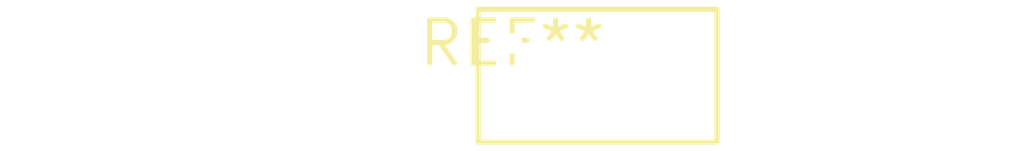
<source format=kicad_pcb>
(kicad_pcb (version 20240108) (generator pcbnew)
  (layers (0 "F.Cu" signal) (31 "B.Cu" signal) (34 "B.Paste" user) (35 "F.Paste" user) (36 "B.SilkS" user "B.Silkscreen") (37 "F.SilkS" user "F.Silkscreen") (38 "B.Mask" user) (39 "F.Mask" user) (44 "Edge.Cuts" user))
  (net 0 "")
  (footprint "RV_Disc_D7mm_W3.9mm_P5mm" (layer "F.Cu") (at 0 0)
    (property "Reference" "REF**")
    (property "Value" "RV_Disc_D7mm_W3.9mm_P5mm")
    (fp_line (start -1 -1) (end -1 2.9) (layer "F.SilkS") (stroke (width 0.15)))
    (fp_line (start -1 -1) (end 6 -1) (layer "F.SilkS") (stroke (width 0.15)))
    (fp_line (start -1 2.9) (end 6 2.9) (layer "F.SilkS") (stroke (width 0.15)))
    (fp_line (start 6 -1) (end 6 2.9) (layer "F.SilkS") (stroke (width 0.15)))
    (pad "1" thru_hole circle (at 0 0) (size 1.6 1.6) (drill 0.6) (layers *.Cu *.Mask) (remove_unused_layers))
    (pad "2" thru_hole circle (at 5 1.9) (size 1.6 1.6) (drill 0.6) (layers *.Cu *.Mask) (remove_unused_layers))
  )
)
</source>
